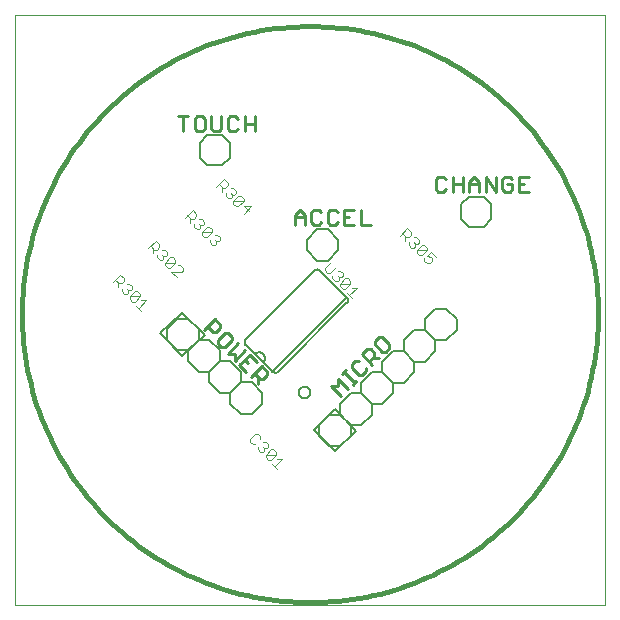
<source format=gto>
G75*
%MOIN*%
%OFA0B0*%
%FSLAX24Y24*%
%IPPOS*%
%LPD*%
%AMOC8*
5,1,8,0,0,1.08239X$1,22.5*
%
%ADD10C,0.0000*%
%ADD11C,0.0160*%
%ADD12C,0.0100*%
%ADD13C,0.0080*%
%ADD14C,0.0040*%
%ADD15C,0.0060*%
D10*
X000100Y000100D02*
X000100Y019785D01*
X019785Y019785D01*
X019785Y000100D01*
X000100Y000100D01*
D11*
X000339Y009801D02*
X000342Y010037D01*
X000351Y010272D01*
X000365Y010507D01*
X000385Y010742D01*
X000411Y010976D01*
X000443Y011210D01*
X000480Y011442D01*
X000523Y011674D01*
X000572Y011904D01*
X000627Y012134D01*
X000687Y012361D01*
X000752Y012588D01*
X000824Y012812D01*
X000900Y013035D01*
X000982Y013256D01*
X001070Y013475D01*
X001163Y013691D01*
X001261Y013906D01*
X001364Y014117D01*
X001473Y014326D01*
X001586Y014533D01*
X001705Y014736D01*
X001828Y014937D01*
X001957Y015134D01*
X002090Y015329D01*
X002228Y015520D01*
X002371Y015707D01*
X002518Y015891D01*
X002670Y016071D01*
X002826Y016248D01*
X002986Y016421D01*
X003151Y016589D01*
X003319Y016754D01*
X003492Y016914D01*
X003669Y017070D01*
X003849Y017222D01*
X004033Y017369D01*
X004220Y017512D01*
X004411Y017650D01*
X004606Y017783D01*
X004803Y017912D01*
X005004Y018035D01*
X005207Y018154D01*
X005414Y018267D01*
X005623Y018376D01*
X005834Y018479D01*
X006049Y018577D01*
X006265Y018670D01*
X006484Y018758D01*
X006705Y018840D01*
X006928Y018916D01*
X007152Y018988D01*
X007379Y019053D01*
X007606Y019113D01*
X007836Y019168D01*
X008066Y019217D01*
X008298Y019260D01*
X008530Y019297D01*
X008764Y019329D01*
X008998Y019355D01*
X009233Y019375D01*
X009468Y019389D01*
X009703Y019398D01*
X009939Y019401D01*
X010175Y019398D01*
X010410Y019389D01*
X010645Y019375D01*
X010880Y019355D01*
X011114Y019329D01*
X011348Y019297D01*
X011580Y019260D01*
X011812Y019217D01*
X012042Y019168D01*
X012272Y019113D01*
X012499Y019053D01*
X012726Y018988D01*
X012950Y018916D01*
X013173Y018840D01*
X013394Y018758D01*
X013613Y018670D01*
X013829Y018577D01*
X014044Y018479D01*
X014255Y018376D01*
X014464Y018267D01*
X014671Y018154D01*
X014874Y018035D01*
X015075Y017912D01*
X015272Y017783D01*
X015467Y017650D01*
X015658Y017512D01*
X015845Y017369D01*
X016029Y017222D01*
X016209Y017070D01*
X016386Y016914D01*
X016559Y016754D01*
X016727Y016589D01*
X016892Y016421D01*
X017052Y016248D01*
X017208Y016071D01*
X017360Y015891D01*
X017507Y015707D01*
X017650Y015520D01*
X017788Y015329D01*
X017921Y015134D01*
X018050Y014937D01*
X018173Y014736D01*
X018292Y014533D01*
X018405Y014326D01*
X018514Y014117D01*
X018617Y013906D01*
X018715Y013691D01*
X018808Y013475D01*
X018896Y013256D01*
X018978Y013035D01*
X019054Y012812D01*
X019126Y012588D01*
X019191Y012361D01*
X019251Y012134D01*
X019306Y011904D01*
X019355Y011674D01*
X019398Y011442D01*
X019435Y011210D01*
X019467Y010976D01*
X019493Y010742D01*
X019513Y010507D01*
X019527Y010272D01*
X019536Y010037D01*
X019539Y009801D01*
X019536Y009565D01*
X019527Y009330D01*
X019513Y009095D01*
X019493Y008860D01*
X019467Y008626D01*
X019435Y008392D01*
X019398Y008160D01*
X019355Y007928D01*
X019306Y007698D01*
X019251Y007468D01*
X019191Y007241D01*
X019126Y007014D01*
X019054Y006790D01*
X018978Y006567D01*
X018896Y006346D01*
X018808Y006127D01*
X018715Y005911D01*
X018617Y005696D01*
X018514Y005485D01*
X018405Y005276D01*
X018292Y005069D01*
X018173Y004866D01*
X018050Y004665D01*
X017921Y004468D01*
X017788Y004273D01*
X017650Y004082D01*
X017507Y003895D01*
X017360Y003711D01*
X017208Y003531D01*
X017052Y003354D01*
X016892Y003181D01*
X016727Y003013D01*
X016559Y002848D01*
X016386Y002688D01*
X016209Y002532D01*
X016029Y002380D01*
X015845Y002233D01*
X015658Y002090D01*
X015467Y001952D01*
X015272Y001819D01*
X015075Y001690D01*
X014874Y001567D01*
X014671Y001448D01*
X014464Y001335D01*
X014255Y001226D01*
X014044Y001123D01*
X013829Y001025D01*
X013613Y000932D01*
X013394Y000844D01*
X013173Y000762D01*
X012950Y000686D01*
X012726Y000614D01*
X012499Y000549D01*
X012272Y000489D01*
X012042Y000434D01*
X011812Y000385D01*
X011580Y000342D01*
X011348Y000305D01*
X011114Y000273D01*
X010880Y000247D01*
X010645Y000227D01*
X010410Y000213D01*
X010175Y000204D01*
X009939Y000201D01*
X009703Y000204D01*
X009468Y000213D01*
X009233Y000227D01*
X008998Y000247D01*
X008764Y000273D01*
X008530Y000305D01*
X008298Y000342D01*
X008066Y000385D01*
X007836Y000434D01*
X007606Y000489D01*
X007379Y000549D01*
X007152Y000614D01*
X006928Y000686D01*
X006705Y000762D01*
X006484Y000844D01*
X006265Y000932D01*
X006049Y001025D01*
X005834Y001123D01*
X005623Y001226D01*
X005414Y001335D01*
X005207Y001448D01*
X005004Y001567D01*
X004803Y001690D01*
X004606Y001819D01*
X004411Y001952D01*
X004220Y002090D01*
X004033Y002233D01*
X003849Y002380D01*
X003669Y002532D01*
X003492Y002688D01*
X003319Y002848D01*
X003151Y003013D01*
X002986Y003181D01*
X002826Y003354D01*
X002670Y003531D01*
X002518Y003711D01*
X002371Y003895D01*
X002228Y004082D01*
X002090Y004273D01*
X001957Y004468D01*
X001828Y004665D01*
X001705Y004866D01*
X001586Y005069D01*
X001473Y005276D01*
X001364Y005485D01*
X001261Y005696D01*
X001163Y005911D01*
X001070Y006127D01*
X000982Y006346D01*
X000900Y006567D01*
X000824Y006790D01*
X000752Y007014D01*
X000687Y007241D01*
X000627Y007468D01*
X000572Y007698D01*
X000523Y007928D01*
X000480Y008160D01*
X000443Y008392D01*
X000411Y008626D01*
X000385Y008860D01*
X000365Y009095D01*
X000351Y009330D01*
X000342Y009565D01*
X000339Y009801D01*
D12*
X005715Y015901D02*
X005715Y016401D01*
X005549Y016401D02*
X005882Y016401D01*
X006101Y016318D02*
X006101Y015984D01*
X006184Y015901D01*
X006351Y015901D01*
X006435Y015984D01*
X006435Y016318D01*
X006351Y016401D01*
X006184Y016401D01*
X006101Y016318D01*
X006654Y016401D02*
X006654Y015984D01*
X006737Y015901D01*
X006904Y015901D01*
X006987Y015984D01*
X006987Y016401D01*
X007206Y016318D02*
X007206Y015984D01*
X007289Y015901D01*
X007456Y015901D01*
X007540Y015984D01*
X007758Y015901D02*
X007758Y016401D01*
X007758Y016151D02*
X008092Y016151D01*
X008092Y016401D02*
X008092Y015901D01*
X007540Y016318D02*
X007456Y016401D01*
X007289Y016401D01*
X007206Y016318D01*
X009595Y013281D02*
X009762Y013114D01*
X009762Y012781D01*
X009981Y012864D02*
X010064Y012781D01*
X010231Y012781D01*
X010315Y012864D01*
X010534Y012864D02*
X010617Y012781D01*
X010784Y012781D01*
X010867Y012864D01*
X011086Y012781D02*
X011420Y012781D01*
X011638Y012781D02*
X011972Y012781D01*
X011638Y012781D02*
X011638Y013281D01*
X011420Y013281D02*
X011086Y013281D01*
X011086Y012781D01*
X011086Y013031D02*
X011253Y013031D01*
X010867Y013198D02*
X010784Y013281D01*
X010617Y013281D01*
X010534Y013198D01*
X010534Y012864D01*
X010315Y013198D02*
X010231Y013281D01*
X010064Y013281D01*
X009981Y013198D01*
X009981Y012864D01*
X009762Y013031D02*
X009429Y013031D01*
X009429Y013114D02*
X009595Y013281D01*
X009429Y013114D02*
X009429Y012781D01*
X006763Y009625D02*
X006940Y009448D01*
X006940Y009330D01*
X006822Y009212D01*
X006704Y009212D01*
X006527Y009389D01*
X006409Y009271D02*
X006763Y009625D01*
X007095Y009175D02*
X006859Y008939D01*
X006859Y008821D01*
X006977Y008703D01*
X007095Y008703D01*
X007331Y008939D01*
X007331Y009057D01*
X007213Y009175D01*
X007095Y009175D01*
X007544Y008843D02*
X007191Y008489D01*
X007427Y008489D01*
X007427Y008254D01*
X007780Y008607D01*
X007935Y008453D02*
X007581Y008099D01*
X007817Y007863D01*
X007972Y007708D02*
X008326Y008062D01*
X008503Y007885D01*
X008503Y007767D01*
X008385Y007649D01*
X008267Y007649D01*
X008090Y007826D01*
X008208Y007708D02*
X008208Y007472D01*
X008171Y008217D02*
X007935Y008453D01*
X007758Y008276D02*
X007876Y008158D01*
X010626Y007418D02*
X010862Y007418D01*
X010862Y007654D01*
X011216Y007300D01*
X011370Y007455D02*
X011488Y007573D01*
X011429Y007514D02*
X011076Y007868D01*
X011017Y007809D02*
X011135Y007927D01*
X011336Y008010D02*
X011572Y007774D01*
X011690Y007774D01*
X011808Y007892D01*
X011808Y008010D01*
X012022Y008106D02*
X011668Y008460D01*
X011845Y008637D01*
X011963Y008637D01*
X012081Y008519D01*
X012081Y008401D01*
X011904Y008224D01*
X012022Y008342D02*
X012257Y008342D01*
X012353Y008556D02*
X012471Y008556D01*
X012589Y008673D01*
X012589Y008791D01*
X012353Y009027D01*
X012235Y009027D01*
X012117Y008909D01*
X012117Y008791D01*
X012353Y008556D01*
X011572Y008246D02*
X011454Y008246D01*
X011336Y008128D01*
X011336Y008010D01*
X010626Y007418D02*
X010980Y007064D01*
X014222Y013881D02*
X014389Y013881D01*
X014472Y013964D01*
X014691Y013881D02*
X014691Y014381D01*
X014472Y014298D02*
X014389Y014381D01*
X014222Y014381D01*
X014139Y014298D01*
X014139Y013964D01*
X014222Y013881D01*
X014691Y014131D02*
X015025Y014131D01*
X015244Y014131D02*
X015577Y014131D01*
X015577Y014214D02*
X015577Y013881D01*
X015796Y013881D02*
X015796Y014381D01*
X016130Y013881D01*
X016130Y014381D01*
X016348Y014298D02*
X016348Y013964D01*
X016432Y013881D01*
X016599Y013881D01*
X016682Y013964D01*
X016682Y014131D01*
X016515Y014131D01*
X016348Y014298D02*
X016432Y014381D01*
X016599Y014381D01*
X016682Y014298D01*
X016901Y014381D02*
X016901Y013881D01*
X017235Y013881D01*
X017068Y014131D02*
X016901Y014131D01*
X016901Y014381D02*
X017235Y014381D01*
X015577Y014214D02*
X015410Y014381D01*
X015244Y014214D01*
X015244Y013881D01*
X015025Y013881D02*
X015025Y014381D01*
D13*
X009567Y007191D02*
X009569Y007218D01*
X009575Y007245D01*
X009584Y007271D01*
X009597Y007295D01*
X009614Y007317D01*
X009633Y007336D01*
X009655Y007353D01*
X009679Y007366D01*
X009705Y007375D01*
X009732Y007381D01*
X009759Y007383D01*
X009786Y007381D01*
X009813Y007375D01*
X009839Y007366D01*
X009863Y007353D01*
X009885Y007336D01*
X009904Y007317D01*
X009921Y007295D01*
X009934Y007271D01*
X009943Y007245D01*
X009949Y007218D01*
X009951Y007191D01*
X009949Y007164D01*
X009943Y007137D01*
X009934Y007111D01*
X009921Y007087D01*
X009904Y007065D01*
X009885Y007046D01*
X009863Y007029D01*
X009839Y007016D01*
X009813Y007007D01*
X009786Y007001D01*
X009759Y006999D01*
X009732Y007001D01*
X009705Y007007D01*
X009679Y007016D01*
X009655Y007029D01*
X009633Y007046D01*
X009614Y007065D01*
X009597Y007087D01*
X009584Y007111D01*
X009575Y007137D01*
X009569Y007164D01*
X009567Y007191D01*
X010599Y006461D02*
X010789Y006651D01*
X011449Y005941D01*
X011469Y005921D02*
X010789Y005231D01*
X010069Y005931D01*
X010769Y006651D01*
X006439Y009121D02*
X005679Y008421D01*
X004949Y009171D01*
X005659Y009851D01*
X005679Y009851D02*
X006439Y009121D01*
D14*
X005493Y011049D02*
X005324Y011218D01*
X005663Y011218D01*
X005706Y011261D01*
X005706Y011346D01*
X005621Y011431D01*
X005536Y011431D01*
X005445Y011521D02*
X005106Y011521D01*
X005106Y011436D01*
X005191Y011351D01*
X005275Y011351D01*
X005445Y011521D01*
X005445Y011606D01*
X005360Y011691D01*
X005275Y011691D01*
X005106Y011521D01*
X005015Y011612D02*
X004930Y011612D01*
X004845Y011697D01*
X004845Y011782D01*
X004712Y011830D02*
X004712Y012000D01*
X004755Y011957D02*
X004627Y012085D01*
X004542Y012000D02*
X004797Y012254D01*
X004924Y012127D01*
X004924Y012042D01*
X004840Y011957D01*
X004755Y011957D01*
X005015Y011952D02*
X005100Y011952D01*
X005185Y011867D01*
X005185Y011782D01*
X005142Y011739D01*
X005057Y011739D01*
X005057Y011654D01*
X005015Y011612D01*
X005057Y011739D02*
X005015Y011782D01*
X006075Y012717D02*
X006075Y012802D01*
X006075Y012717D02*
X006160Y012632D01*
X006245Y012632D01*
X006287Y012674D01*
X006287Y012759D01*
X006245Y012802D01*
X006287Y012759D02*
X006372Y012759D01*
X006415Y012802D01*
X006415Y012887D01*
X006330Y012972D01*
X006245Y012972D01*
X006154Y013062D02*
X006154Y013147D01*
X006027Y013274D01*
X005772Y013020D01*
X005857Y013105D02*
X005985Y012977D01*
X006070Y012977D01*
X006154Y013062D01*
X005942Y013020D02*
X005942Y012850D01*
X006336Y012541D02*
X006336Y012456D01*
X006421Y012371D01*
X006505Y012371D01*
X006675Y012541D01*
X006336Y012541D01*
X006505Y012711D01*
X006590Y012711D01*
X006675Y012626D01*
X006675Y012541D01*
X006766Y012451D02*
X006851Y012451D01*
X006936Y012366D01*
X006936Y012281D01*
X006893Y012238D01*
X006808Y012238D01*
X006808Y012153D01*
X006766Y012111D01*
X006681Y012111D01*
X006596Y012196D01*
X006596Y012281D01*
X006766Y012281D02*
X006808Y012238D01*
X007731Y013141D02*
X007986Y013396D01*
X007731Y013396D01*
X007901Y013226D01*
X007725Y013571D02*
X007386Y013571D01*
X007386Y013486D01*
X007471Y013401D01*
X007555Y013401D01*
X007725Y013571D01*
X007725Y013656D01*
X007640Y013741D01*
X007555Y013741D01*
X007386Y013571D01*
X007295Y013662D02*
X007210Y013662D01*
X007125Y013747D01*
X007125Y013832D01*
X006992Y013880D02*
X006992Y014050D01*
X007035Y014007D02*
X006907Y014135D01*
X006822Y014050D02*
X007077Y014304D01*
X007204Y014177D01*
X007204Y014092D01*
X007120Y014007D01*
X007035Y014007D01*
X007295Y014002D02*
X007380Y014002D01*
X007465Y013917D01*
X007465Y013832D01*
X007422Y013789D01*
X007337Y013789D01*
X007337Y013704D01*
X007295Y013662D01*
X007337Y013789D02*
X007295Y013832D01*
X010429Y011343D02*
X010429Y011258D01*
X010514Y011173D01*
X010599Y011173D01*
X010811Y011386D01*
X010860Y011253D02*
X010945Y011253D01*
X011029Y011168D01*
X011029Y011083D01*
X010987Y011040D01*
X010902Y011040D01*
X010902Y010955D01*
X010860Y010913D01*
X010775Y010913D01*
X010690Y010998D01*
X010690Y011083D01*
X010860Y011083D02*
X010902Y011040D01*
X010950Y010822D02*
X011290Y010822D01*
X011120Y010653D01*
X011035Y010653D01*
X010950Y010737D01*
X010950Y010822D01*
X011120Y010992D01*
X011205Y010992D01*
X011290Y010907D01*
X011290Y010822D01*
X011338Y010689D02*
X011508Y010689D01*
X011253Y010435D01*
X011168Y010519D02*
X011338Y010350D01*
X010429Y011343D02*
X010642Y011556D01*
X012932Y012410D02*
X013187Y012664D01*
X013314Y012537D01*
X013314Y012452D01*
X013230Y012367D01*
X013145Y012367D01*
X013017Y012495D01*
X013102Y012410D02*
X013102Y012240D01*
X013235Y012192D02*
X013235Y012107D01*
X013320Y012022D01*
X013405Y012022D01*
X013447Y012064D01*
X013447Y012149D01*
X013405Y012192D01*
X013447Y012149D02*
X013532Y012149D01*
X013575Y012192D01*
X013575Y012277D01*
X013490Y012362D01*
X013405Y012362D01*
X013665Y012101D02*
X013496Y011931D01*
X013835Y011931D01*
X013665Y011761D01*
X013581Y011761D01*
X013496Y011846D01*
X013496Y011931D01*
X013665Y012101D02*
X013750Y012101D01*
X013835Y012016D01*
X013835Y011931D01*
X013968Y011883D02*
X013841Y011756D01*
X013968Y011713D01*
X014011Y011671D01*
X014011Y011586D01*
X013926Y011501D01*
X013841Y011501D01*
X013756Y011586D01*
X013756Y011671D01*
X013968Y011883D02*
X014138Y011713D01*
X008200Y005812D02*
X008284Y005727D01*
X008284Y005642D01*
X008375Y005552D02*
X008460Y005552D01*
X008545Y005467D01*
X008545Y005382D01*
X008502Y005339D01*
X008417Y005339D01*
X008417Y005254D01*
X008375Y005212D01*
X008290Y005212D01*
X008205Y005297D01*
X008205Y005382D01*
X008115Y005472D02*
X008030Y005472D01*
X007945Y005557D01*
X007945Y005642D01*
X008115Y005812D01*
X008200Y005812D01*
X008375Y005382D02*
X008417Y005339D01*
X008466Y005121D02*
X008805Y005121D01*
X008635Y004951D01*
X008551Y004951D01*
X008466Y005036D01*
X008466Y005121D01*
X008635Y005291D01*
X008720Y005291D01*
X008805Y005206D01*
X008805Y005121D01*
X008853Y004988D02*
X009023Y004988D01*
X008769Y004733D01*
X008853Y004649D02*
X008684Y004818D01*
X004313Y009919D02*
X004144Y010088D01*
X004229Y010003D02*
X004483Y010258D01*
X004313Y010258D01*
X004265Y010391D02*
X003926Y010391D01*
X003926Y010306D01*
X004011Y010221D01*
X004095Y010221D01*
X004265Y010391D01*
X004265Y010476D01*
X004180Y010561D01*
X004095Y010561D01*
X003926Y010391D01*
X003835Y010482D02*
X003750Y010482D01*
X003665Y010567D01*
X003665Y010652D01*
X003532Y010700D02*
X003532Y010870D01*
X003575Y010827D02*
X003447Y010955D01*
X003362Y010870D02*
X003617Y011124D01*
X003744Y010997D01*
X003744Y010912D01*
X003660Y010827D01*
X003575Y010827D01*
X003835Y010822D02*
X003920Y010822D01*
X004005Y010737D01*
X004005Y010652D01*
X003962Y010609D01*
X003877Y010609D01*
X003877Y010524D01*
X003835Y010482D01*
X003877Y010609D02*
X003835Y010652D01*
D15*
X005168Y009298D02*
X005168Y008945D01*
X005521Y008591D01*
X005875Y008591D01*
X005875Y008238D01*
X006228Y007884D01*
X006582Y007884D01*
X006935Y008238D01*
X006935Y008591D01*
X006582Y008945D01*
X006228Y008945D01*
X005875Y008591D01*
X006228Y008945D02*
X006228Y009298D01*
X005875Y009652D01*
X005521Y009652D01*
X005168Y009298D01*
X006582Y007884D02*
X006582Y007530D01*
X006935Y007177D01*
X007289Y007177D01*
X007289Y006823D01*
X007642Y006470D01*
X007996Y006470D01*
X008350Y006823D01*
X008350Y007177D01*
X007996Y007530D01*
X007642Y007530D01*
X007289Y007177D01*
X007642Y007530D02*
X007642Y007884D01*
X007289Y008238D01*
X006935Y008238D01*
X007803Y008772D02*
X008100Y008475D01*
X008383Y008192D01*
X008680Y007895D01*
X008687Y007888D02*
X011161Y010363D01*
X011154Y010370D02*
X010278Y011247D01*
X010260Y011262D01*
X010240Y011275D01*
X010218Y011284D01*
X010195Y011289D01*
X010172Y011291D01*
X010149Y011289D01*
X010126Y011284D01*
X010104Y011275D01*
X010084Y011262D01*
X010066Y011247D01*
X010065Y011247D02*
X007803Y008984D01*
X007788Y008966D01*
X007775Y008946D01*
X007766Y008924D01*
X007761Y008901D01*
X007759Y008878D01*
X007761Y008855D01*
X007766Y008832D01*
X007775Y008810D01*
X007788Y008790D01*
X007803Y008772D01*
X008100Y008474D02*
X008120Y008492D01*
X008143Y008507D01*
X008168Y008519D01*
X008194Y008527D01*
X008221Y008532D01*
X008248Y008533D01*
X008275Y008530D01*
X008302Y008524D01*
X008327Y008514D01*
X008351Y008500D01*
X008372Y008484D01*
X008392Y008464D01*
X008408Y008443D01*
X008422Y008419D01*
X008432Y008394D01*
X008438Y008367D01*
X008441Y008340D01*
X008440Y008313D01*
X008435Y008286D01*
X008427Y008260D01*
X008415Y008235D01*
X008400Y008212D01*
X008382Y008192D01*
X008680Y007895D02*
X008698Y007880D01*
X008718Y007867D01*
X008740Y007858D01*
X008763Y007853D01*
X008786Y007851D01*
X008809Y007853D01*
X008832Y007858D01*
X008854Y007867D01*
X008874Y007880D01*
X008892Y007895D01*
X011154Y010158D01*
X011169Y010176D01*
X011182Y010196D01*
X011191Y010218D01*
X011196Y010241D01*
X011198Y010264D01*
X011196Y010287D01*
X011191Y010310D01*
X011182Y010332D01*
X011169Y010352D01*
X011154Y010370D01*
X010535Y011580D02*
X010182Y011580D01*
X009828Y011934D01*
X009828Y012288D01*
X010182Y012641D01*
X010535Y012641D01*
X010889Y012288D01*
X010889Y011934D01*
X010535Y011580D01*
X013059Y008928D02*
X013412Y009282D01*
X013766Y009282D01*
X013766Y009635D01*
X014120Y009989D01*
X014473Y009989D01*
X014827Y009635D01*
X014827Y009282D01*
X014473Y008928D01*
X014120Y008928D01*
X014120Y008575D01*
X013766Y008221D01*
X013412Y008221D01*
X013412Y007868D01*
X013059Y007514D01*
X012705Y007514D01*
X012705Y007160D01*
X012352Y006807D01*
X011998Y006807D01*
X011998Y006453D01*
X011645Y006100D01*
X011291Y006100D01*
X011291Y005746D01*
X010938Y005393D01*
X010584Y005393D01*
X010230Y005746D01*
X010230Y006100D01*
X010584Y006453D01*
X010938Y006453D01*
X010938Y006807D01*
X011291Y007160D01*
X011645Y007160D01*
X011998Y006807D01*
X011645Y007160D02*
X011645Y007514D01*
X011998Y007868D01*
X012352Y007868D01*
X012352Y008221D01*
X012705Y008575D01*
X013059Y008575D01*
X013059Y008928D01*
X013059Y008575D02*
X013412Y008221D01*
X012705Y007514D02*
X012352Y007868D01*
X013766Y009282D02*
X014120Y008928D01*
X011291Y006100D02*
X010938Y006453D01*
X015229Y012721D02*
X015729Y012721D01*
X015979Y012971D01*
X015979Y013471D01*
X015729Y013721D01*
X015229Y013721D01*
X014979Y013471D01*
X014979Y012971D01*
X015229Y012721D01*
X007259Y015021D02*
X007009Y014771D01*
X006509Y014771D01*
X006259Y015021D01*
X006259Y015521D01*
X006509Y015771D01*
X007009Y015771D01*
X007259Y015521D01*
X007259Y015021D01*
M02*

</source>
